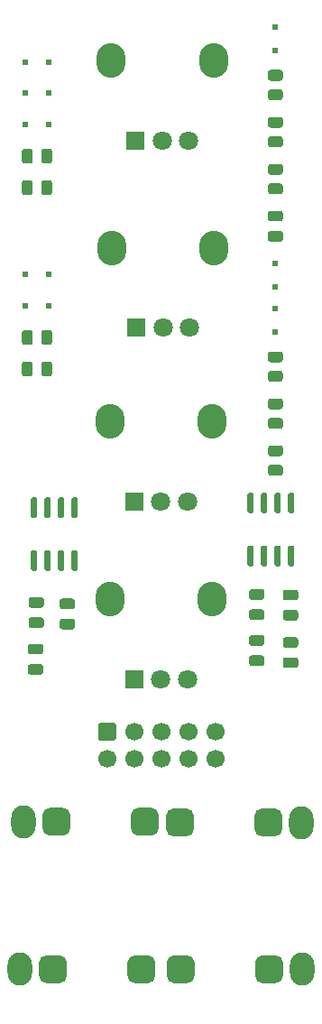
<source format=gbr>
G04 #@! TF.GenerationSoftware,KiCad,Pcbnew,(5.1.10-1-10_14)*
G04 #@! TF.CreationDate,2021-11-27T15:41:33+01:00*
G04 #@! TF.ProjectId,main,6d61696e-2e6b-4696-9361-645f70636258,rev?*
G04 #@! TF.SameCoordinates,Original*
G04 #@! TF.FileFunction,Soldermask,Bot*
G04 #@! TF.FilePolarity,Negative*
%FSLAX46Y46*%
G04 Gerber Fmt 4.6, Leading zero omitted, Abs format (unit mm)*
G04 Created by KiCad (PCBNEW (5.1.10-1-10_14)) date 2021-11-27 15:41:33*
%MOMM*%
%LPD*%
G01*
G04 APERTURE LIST*
%ADD10O,2.720000X3.240000*%
%ADD11C,1.800000*%
%ADD12R,1.800000X1.800000*%
%ADD13O,2.300000X3.100000*%
%ADD14C,1.700000*%
%ADD15R,0.500000X0.500000*%
G04 APERTURE END LIST*
G36*
G01*
X139286000Y-108392000D02*
X138336000Y-108392000D01*
G75*
G02*
X138086000Y-108142000I0J250000D01*
G01*
X138086000Y-107642000D01*
G75*
G02*
X138336000Y-107392000I250000J0D01*
G01*
X139286000Y-107392000D01*
G75*
G02*
X139536000Y-107642000I0J-250000D01*
G01*
X139536000Y-108142000D01*
G75*
G02*
X139286000Y-108392000I-250000J0D01*
G01*
G37*
G36*
G01*
X139286000Y-110292000D02*
X138336000Y-110292000D01*
G75*
G02*
X138086000Y-110042000I0J250000D01*
G01*
X138086000Y-109542000D01*
G75*
G02*
X138336000Y-109292000I250000J0D01*
G01*
X139286000Y-109292000D01*
G75*
G02*
X139536000Y-109542000I0J-250000D01*
G01*
X139536000Y-110042000D01*
G75*
G02*
X139286000Y-110292000I-250000J0D01*
G01*
G37*
G36*
G01*
X118521000Y-109204000D02*
X117571000Y-109204000D01*
G75*
G02*
X117321000Y-108954000I0J250000D01*
G01*
X117321000Y-108454000D01*
G75*
G02*
X117571000Y-108204000I250000J0D01*
G01*
X118521000Y-108204000D01*
G75*
G02*
X118771000Y-108454000I0J-250000D01*
G01*
X118771000Y-108954000D01*
G75*
G02*
X118521000Y-109204000I-250000J0D01*
G01*
G37*
G36*
G01*
X118521000Y-111104000D02*
X117571000Y-111104000D01*
G75*
G02*
X117321000Y-110854000I0J250000D01*
G01*
X117321000Y-110354000D01*
G75*
G02*
X117571000Y-110104000I250000J0D01*
G01*
X118521000Y-110104000D01*
G75*
G02*
X118771000Y-110354000I0J-250000D01*
G01*
X118771000Y-110854000D01*
G75*
G02*
X118521000Y-111104000I-250000J0D01*
G01*
G37*
G36*
G01*
X139286000Y-104074000D02*
X138336000Y-104074000D01*
G75*
G02*
X138086000Y-103824000I0J250000D01*
G01*
X138086000Y-103324000D01*
G75*
G02*
X138336000Y-103074000I250000J0D01*
G01*
X139286000Y-103074000D01*
G75*
G02*
X139536000Y-103324000I0J-250000D01*
G01*
X139536000Y-103824000D01*
G75*
G02*
X139286000Y-104074000I-250000J0D01*
G01*
G37*
G36*
G01*
X139286000Y-105974000D02*
X138336000Y-105974000D01*
G75*
G02*
X138086000Y-105724000I0J250000D01*
G01*
X138086000Y-105224000D01*
G75*
G02*
X138336000Y-104974000I250000J0D01*
G01*
X139286000Y-104974000D01*
G75*
G02*
X139536000Y-105224000I0J-250000D01*
G01*
X139536000Y-105724000D01*
G75*
G02*
X139286000Y-105974000I-250000J0D01*
G01*
G37*
G36*
G01*
X121506000Y-104960000D02*
X120556000Y-104960000D01*
G75*
G02*
X120306000Y-104710000I0J250000D01*
G01*
X120306000Y-104210000D01*
G75*
G02*
X120556000Y-103960000I250000J0D01*
G01*
X121506000Y-103960000D01*
G75*
G02*
X121756000Y-104210000I0J-250000D01*
G01*
X121756000Y-104710000D01*
G75*
G02*
X121506000Y-104960000I-250000J0D01*
G01*
G37*
G36*
G01*
X121506000Y-106860000D02*
X120556000Y-106860000D01*
G75*
G02*
X120306000Y-106610000I0J250000D01*
G01*
X120306000Y-106110000D01*
G75*
G02*
X120556000Y-105860000I250000J0D01*
G01*
X121506000Y-105860000D01*
G75*
G02*
X121756000Y-106110000I0J-250000D01*
G01*
X121756000Y-106610000D01*
G75*
G02*
X121506000Y-106860000I-250000J0D01*
G01*
G37*
G36*
G01*
X142461000Y-104130000D02*
X141511000Y-104130000D01*
G75*
G02*
X141261000Y-103880000I0J250000D01*
G01*
X141261000Y-103380000D01*
G75*
G02*
X141511000Y-103130000I250000J0D01*
G01*
X142461000Y-103130000D01*
G75*
G02*
X142711000Y-103380000I0J-250000D01*
G01*
X142711000Y-103880000D01*
G75*
G02*
X142461000Y-104130000I-250000J0D01*
G01*
G37*
G36*
G01*
X142461000Y-106030000D02*
X141511000Y-106030000D01*
G75*
G02*
X141261000Y-105780000I0J250000D01*
G01*
X141261000Y-105280000D01*
G75*
G02*
X141511000Y-105030000I250000J0D01*
G01*
X142461000Y-105030000D01*
G75*
G02*
X142711000Y-105280000I0J-250000D01*
G01*
X142711000Y-105780000D01*
G75*
G02*
X142461000Y-106030000I-250000J0D01*
G01*
G37*
G36*
G01*
X118585000Y-104833000D02*
X117635000Y-104833000D01*
G75*
G02*
X117385000Y-104583000I0J250000D01*
G01*
X117385000Y-104083000D01*
G75*
G02*
X117635000Y-103833000I250000J0D01*
G01*
X118585000Y-103833000D01*
G75*
G02*
X118835000Y-104083000I0J-250000D01*
G01*
X118835000Y-104583000D01*
G75*
G02*
X118585000Y-104833000I-250000J0D01*
G01*
G37*
G36*
G01*
X118585000Y-106733000D02*
X117635000Y-106733000D01*
G75*
G02*
X117385000Y-106483000I0J250000D01*
G01*
X117385000Y-105983000D01*
G75*
G02*
X117635000Y-105733000I250000J0D01*
G01*
X118585000Y-105733000D01*
G75*
G02*
X118835000Y-105983000I0J-250000D01*
G01*
X118835000Y-106483000D01*
G75*
G02*
X118585000Y-106733000I-250000J0D01*
G01*
G37*
G36*
G01*
X142461000Y-108580000D02*
X141511000Y-108580000D01*
G75*
G02*
X141261000Y-108330000I0J250000D01*
G01*
X141261000Y-107830000D01*
G75*
G02*
X141511000Y-107580000I250000J0D01*
G01*
X142461000Y-107580000D01*
G75*
G02*
X142711000Y-107830000I0J-250000D01*
G01*
X142711000Y-108330000D01*
G75*
G02*
X142461000Y-108580000I-250000J0D01*
G01*
G37*
G36*
G01*
X142461000Y-110480000D02*
X141511000Y-110480000D01*
G75*
G02*
X141261000Y-110230000I0J250000D01*
G01*
X141261000Y-109730000D01*
G75*
G02*
X141511000Y-109480000I250000J0D01*
G01*
X142461000Y-109480000D01*
G75*
G02*
X142711000Y-109730000I0J-250000D01*
G01*
X142711000Y-110230000D01*
G75*
G02*
X142461000Y-110480000I-250000J0D01*
G01*
G37*
G36*
G01*
X142199000Y-95972500D02*
X141899000Y-95972500D01*
G75*
G02*
X141749000Y-95822500I0J150000D01*
G01*
X141749000Y-94172500D01*
G75*
G02*
X141899000Y-94022500I150000J0D01*
G01*
X142199000Y-94022500D01*
G75*
G02*
X142349000Y-94172500I0J-150000D01*
G01*
X142349000Y-95822500D01*
G75*
G02*
X142199000Y-95972500I-150000J0D01*
G01*
G37*
G36*
G01*
X140929000Y-95972500D02*
X140629000Y-95972500D01*
G75*
G02*
X140479000Y-95822500I0J150000D01*
G01*
X140479000Y-94172500D01*
G75*
G02*
X140629000Y-94022500I150000J0D01*
G01*
X140929000Y-94022500D01*
G75*
G02*
X141079000Y-94172500I0J-150000D01*
G01*
X141079000Y-95822500D01*
G75*
G02*
X140929000Y-95972500I-150000J0D01*
G01*
G37*
G36*
G01*
X139659000Y-95972500D02*
X139359000Y-95972500D01*
G75*
G02*
X139209000Y-95822500I0J150000D01*
G01*
X139209000Y-94172500D01*
G75*
G02*
X139359000Y-94022500I150000J0D01*
G01*
X139659000Y-94022500D01*
G75*
G02*
X139809000Y-94172500I0J-150000D01*
G01*
X139809000Y-95822500D01*
G75*
G02*
X139659000Y-95972500I-150000J0D01*
G01*
G37*
G36*
G01*
X138389000Y-95972500D02*
X138089000Y-95972500D01*
G75*
G02*
X137939000Y-95822500I0J150000D01*
G01*
X137939000Y-94172500D01*
G75*
G02*
X138089000Y-94022500I150000J0D01*
G01*
X138389000Y-94022500D01*
G75*
G02*
X138539000Y-94172500I0J-150000D01*
G01*
X138539000Y-95822500D01*
G75*
G02*
X138389000Y-95972500I-150000J0D01*
G01*
G37*
G36*
G01*
X138389000Y-100922500D02*
X138089000Y-100922500D01*
G75*
G02*
X137939000Y-100772500I0J150000D01*
G01*
X137939000Y-99122500D01*
G75*
G02*
X138089000Y-98972500I150000J0D01*
G01*
X138389000Y-98972500D01*
G75*
G02*
X138539000Y-99122500I0J-150000D01*
G01*
X138539000Y-100772500D01*
G75*
G02*
X138389000Y-100922500I-150000J0D01*
G01*
G37*
G36*
G01*
X139659000Y-100922500D02*
X139359000Y-100922500D01*
G75*
G02*
X139209000Y-100772500I0J150000D01*
G01*
X139209000Y-99122500D01*
G75*
G02*
X139359000Y-98972500I150000J0D01*
G01*
X139659000Y-98972500D01*
G75*
G02*
X139809000Y-99122500I0J-150000D01*
G01*
X139809000Y-100772500D01*
G75*
G02*
X139659000Y-100922500I-150000J0D01*
G01*
G37*
G36*
G01*
X140929000Y-100922500D02*
X140629000Y-100922500D01*
G75*
G02*
X140479000Y-100772500I0J150000D01*
G01*
X140479000Y-99122500D01*
G75*
G02*
X140629000Y-98972500I150000J0D01*
G01*
X140929000Y-98972500D01*
G75*
G02*
X141079000Y-99122500I0J-150000D01*
G01*
X141079000Y-100772500D01*
G75*
G02*
X140929000Y-100922500I-150000J0D01*
G01*
G37*
G36*
G01*
X142199000Y-100922500D02*
X141899000Y-100922500D01*
G75*
G02*
X141749000Y-100772500I0J150000D01*
G01*
X141749000Y-99122500D01*
G75*
G02*
X141899000Y-98972500I150000J0D01*
G01*
X142199000Y-98972500D01*
G75*
G02*
X142349000Y-99122500I0J-150000D01*
G01*
X142349000Y-100772500D01*
G75*
G02*
X142199000Y-100922500I-150000J0D01*
G01*
G37*
G36*
G01*
X121879000Y-96417000D02*
X121579000Y-96417000D01*
G75*
G02*
X121429000Y-96267000I0J150000D01*
G01*
X121429000Y-94617000D01*
G75*
G02*
X121579000Y-94467000I150000J0D01*
G01*
X121879000Y-94467000D01*
G75*
G02*
X122029000Y-94617000I0J-150000D01*
G01*
X122029000Y-96267000D01*
G75*
G02*
X121879000Y-96417000I-150000J0D01*
G01*
G37*
G36*
G01*
X120609000Y-96417000D02*
X120309000Y-96417000D01*
G75*
G02*
X120159000Y-96267000I0J150000D01*
G01*
X120159000Y-94617000D01*
G75*
G02*
X120309000Y-94467000I150000J0D01*
G01*
X120609000Y-94467000D01*
G75*
G02*
X120759000Y-94617000I0J-150000D01*
G01*
X120759000Y-96267000D01*
G75*
G02*
X120609000Y-96417000I-150000J0D01*
G01*
G37*
G36*
G01*
X119339000Y-96417000D02*
X119039000Y-96417000D01*
G75*
G02*
X118889000Y-96267000I0J150000D01*
G01*
X118889000Y-94617000D01*
G75*
G02*
X119039000Y-94467000I150000J0D01*
G01*
X119339000Y-94467000D01*
G75*
G02*
X119489000Y-94617000I0J-150000D01*
G01*
X119489000Y-96267000D01*
G75*
G02*
X119339000Y-96417000I-150000J0D01*
G01*
G37*
G36*
G01*
X118069000Y-96417000D02*
X117769000Y-96417000D01*
G75*
G02*
X117619000Y-96267000I0J150000D01*
G01*
X117619000Y-94617000D01*
G75*
G02*
X117769000Y-94467000I150000J0D01*
G01*
X118069000Y-94467000D01*
G75*
G02*
X118219000Y-94617000I0J-150000D01*
G01*
X118219000Y-96267000D01*
G75*
G02*
X118069000Y-96417000I-150000J0D01*
G01*
G37*
G36*
G01*
X118069000Y-101367000D02*
X117769000Y-101367000D01*
G75*
G02*
X117619000Y-101217000I0J150000D01*
G01*
X117619000Y-99567000D01*
G75*
G02*
X117769000Y-99417000I150000J0D01*
G01*
X118069000Y-99417000D01*
G75*
G02*
X118219000Y-99567000I0J-150000D01*
G01*
X118219000Y-101217000D01*
G75*
G02*
X118069000Y-101367000I-150000J0D01*
G01*
G37*
G36*
G01*
X119339000Y-101367000D02*
X119039000Y-101367000D01*
G75*
G02*
X118889000Y-101217000I0J150000D01*
G01*
X118889000Y-99567000D01*
G75*
G02*
X119039000Y-99417000I150000J0D01*
G01*
X119339000Y-99417000D01*
G75*
G02*
X119489000Y-99567000I0J-150000D01*
G01*
X119489000Y-101217000D01*
G75*
G02*
X119339000Y-101367000I-150000J0D01*
G01*
G37*
G36*
G01*
X120609000Y-101367000D02*
X120309000Y-101367000D01*
G75*
G02*
X120159000Y-101217000I0J150000D01*
G01*
X120159000Y-99567000D01*
G75*
G02*
X120309000Y-99417000I150000J0D01*
G01*
X120609000Y-99417000D01*
G75*
G02*
X120759000Y-99567000I0J-150000D01*
G01*
X120759000Y-101217000D01*
G75*
G02*
X120609000Y-101367000I-150000J0D01*
G01*
G37*
G36*
G01*
X121879000Y-101367000D02*
X121579000Y-101367000D01*
G75*
G02*
X121429000Y-101217000I0J150000D01*
G01*
X121429000Y-99567000D01*
G75*
G02*
X121579000Y-99417000I150000J0D01*
G01*
X121879000Y-99417000D01*
G75*
G02*
X122029000Y-99567000I0J-150000D01*
G01*
X122029000Y-101217000D01*
G75*
G02*
X121879000Y-101367000I-150000J0D01*
G01*
G37*
D10*
X125018000Y-87369000D03*
X134618000Y-87369000D03*
D11*
X132318000Y-94869000D03*
X129818000Y-94869000D03*
D12*
X127318000Y-94869000D03*
D10*
X125018000Y-104006000D03*
X134618000Y-104006000D03*
D11*
X132318000Y-111506000D03*
X129818000Y-111506000D03*
D12*
X127318000Y-111506000D03*
D10*
X125144000Y-53460000D03*
X134744000Y-53460000D03*
D11*
X132444000Y-60960000D03*
X129944000Y-60960000D03*
D12*
X127444000Y-60960000D03*
D10*
X125208000Y-71049500D03*
X134808000Y-71049500D03*
D11*
X132508000Y-78549500D03*
X130008000Y-78549500D03*
D12*
X127508000Y-78549500D03*
G36*
G01*
X141014002Y-55374500D02*
X140113998Y-55374500D01*
G75*
G02*
X139864000Y-55124502I0J249998D01*
G01*
X139864000Y-54599498D01*
G75*
G02*
X140113998Y-54349500I249998J0D01*
G01*
X141014002Y-54349500D01*
G75*
G02*
X141264000Y-54599498I0J-249998D01*
G01*
X141264000Y-55124502D01*
G75*
G02*
X141014002Y-55374500I-249998J0D01*
G01*
G37*
G36*
G01*
X141014002Y-57199500D02*
X140113998Y-57199500D01*
G75*
G02*
X139864000Y-56949502I0J249998D01*
G01*
X139864000Y-56424498D01*
G75*
G02*
X140113998Y-56174500I249998J0D01*
G01*
X141014002Y-56174500D01*
G75*
G02*
X141264000Y-56424498I0J-249998D01*
G01*
X141264000Y-56949502D01*
G75*
G02*
X141014002Y-57199500I-249998J0D01*
G01*
G37*
G36*
G01*
X118593000Y-62896502D02*
X118593000Y-61996498D01*
G75*
G02*
X118842998Y-61746500I249998J0D01*
G01*
X119368002Y-61746500D01*
G75*
G02*
X119618000Y-61996498I0J-249998D01*
G01*
X119618000Y-62896502D01*
G75*
G02*
X119368002Y-63146500I-249998J0D01*
G01*
X118842998Y-63146500D01*
G75*
G02*
X118593000Y-62896502I0J249998D01*
G01*
G37*
G36*
G01*
X116768000Y-62896502D02*
X116768000Y-61996498D01*
G75*
G02*
X117017998Y-61746500I249998J0D01*
G01*
X117543002Y-61746500D01*
G75*
G02*
X117793000Y-61996498I0J-249998D01*
G01*
X117793000Y-62896502D01*
G75*
G02*
X117543002Y-63146500I-249998J0D01*
G01*
X117017998Y-63146500D01*
G75*
G02*
X116768000Y-62896502I0J249998D01*
G01*
G37*
G36*
G01*
X141014002Y-59784500D02*
X140113998Y-59784500D01*
G75*
G02*
X139864000Y-59534502I0J249998D01*
G01*
X139864000Y-59009498D01*
G75*
G02*
X140113998Y-58759500I249998J0D01*
G01*
X141014002Y-58759500D01*
G75*
G02*
X141264000Y-59009498I0J-249998D01*
G01*
X141264000Y-59534502D01*
G75*
G02*
X141014002Y-59784500I-249998J0D01*
G01*
G37*
G36*
G01*
X141014002Y-61609500D02*
X140113998Y-61609500D01*
G75*
G02*
X139864000Y-61359502I0J249998D01*
G01*
X139864000Y-60834498D01*
G75*
G02*
X140113998Y-60584500I249998J0D01*
G01*
X141014002Y-60584500D01*
G75*
G02*
X141264000Y-60834498I0J-249998D01*
G01*
X141264000Y-61359502D01*
G75*
G02*
X141014002Y-61609500I-249998J0D01*
G01*
G37*
G36*
G01*
X118593000Y-79916002D02*
X118593000Y-79015998D01*
G75*
G02*
X118842998Y-78766000I249998J0D01*
G01*
X119368002Y-78766000D01*
G75*
G02*
X119618000Y-79015998I0J-249998D01*
G01*
X119618000Y-79916002D01*
G75*
G02*
X119368002Y-80166000I-249998J0D01*
G01*
X118842998Y-80166000D01*
G75*
G02*
X118593000Y-79916002I0J249998D01*
G01*
G37*
G36*
G01*
X116768000Y-79916002D02*
X116768000Y-79015998D01*
G75*
G02*
X117017998Y-78766000I249998J0D01*
G01*
X117543002Y-78766000D01*
G75*
G02*
X117793000Y-79015998I0J-249998D01*
G01*
X117793000Y-79916002D01*
G75*
G02*
X117543002Y-80166000I-249998J0D01*
G01*
X117017998Y-80166000D01*
G75*
G02*
X116768000Y-79916002I0J249998D01*
G01*
G37*
G36*
G01*
X141014002Y-86205500D02*
X140113998Y-86205500D01*
G75*
G02*
X139864000Y-85955502I0J249998D01*
G01*
X139864000Y-85430498D01*
G75*
G02*
X140113998Y-85180500I249998J0D01*
G01*
X141014002Y-85180500D01*
G75*
G02*
X141264000Y-85430498I0J-249998D01*
G01*
X141264000Y-85955502D01*
G75*
G02*
X141014002Y-86205500I-249998J0D01*
G01*
G37*
G36*
G01*
X141014002Y-88030500D02*
X140113998Y-88030500D01*
G75*
G02*
X139864000Y-87780502I0J249998D01*
G01*
X139864000Y-87255498D01*
G75*
G02*
X140113998Y-87005500I249998J0D01*
G01*
X141014002Y-87005500D01*
G75*
G02*
X141264000Y-87255498I0J-249998D01*
G01*
X141264000Y-87780502D01*
G75*
G02*
X141014002Y-88030500I-249998J0D01*
G01*
G37*
G36*
G01*
X118593000Y-65846502D02*
X118593000Y-64946498D01*
G75*
G02*
X118842998Y-64696500I249998J0D01*
G01*
X119368002Y-64696500D01*
G75*
G02*
X119618000Y-64946498I0J-249998D01*
G01*
X119618000Y-65846502D01*
G75*
G02*
X119368002Y-66096500I-249998J0D01*
G01*
X118842998Y-66096500D01*
G75*
G02*
X118593000Y-65846502I0J249998D01*
G01*
G37*
G36*
G01*
X116768000Y-65846502D02*
X116768000Y-64946498D01*
G75*
G02*
X117017998Y-64696500I249998J0D01*
G01*
X117543002Y-64696500D01*
G75*
G02*
X117793000Y-64946498I0J-249998D01*
G01*
X117793000Y-65846502D01*
G75*
G02*
X117543002Y-66096500I-249998J0D01*
G01*
X117017998Y-66096500D01*
G75*
G02*
X116768000Y-65846502I0J249998D01*
G01*
G37*
G36*
G01*
X141014002Y-90615500D02*
X140113998Y-90615500D01*
G75*
G02*
X139864000Y-90365502I0J249998D01*
G01*
X139864000Y-89840498D01*
G75*
G02*
X140113998Y-89590500I249998J0D01*
G01*
X141014002Y-89590500D01*
G75*
G02*
X141264000Y-89840498I0J-249998D01*
G01*
X141264000Y-90365502D01*
G75*
G02*
X141014002Y-90615500I-249998J0D01*
G01*
G37*
G36*
G01*
X141014002Y-92440500D02*
X140113998Y-92440500D01*
G75*
G02*
X139864000Y-92190502I0J249998D01*
G01*
X139864000Y-91665498D01*
G75*
G02*
X140113998Y-91415500I249998J0D01*
G01*
X141014002Y-91415500D01*
G75*
G02*
X141264000Y-91665498I0J-249998D01*
G01*
X141264000Y-92190502D01*
G75*
G02*
X141014002Y-92440500I-249998J0D01*
G01*
G37*
G36*
G01*
X118593000Y-82866002D02*
X118593000Y-81965998D01*
G75*
G02*
X118842998Y-81716000I249998J0D01*
G01*
X119368002Y-81716000D01*
G75*
G02*
X119618000Y-81965998I0J-249998D01*
G01*
X119618000Y-82866002D01*
G75*
G02*
X119368002Y-83116000I-249998J0D01*
G01*
X118842998Y-83116000D01*
G75*
G02*
X118593000Y-82866002I0J249998D01*
G01*
G37*
G36*
G01*
X116768000Y-82866002D02*
X116768000Y-81965998D01*
G75*
G02*
X117017998Y-81716000I249998J0D01*
G01*
X117543002Y-81716000D01*
G75*
G02*
X117793000Y-81965998I0J-249998D01*
G01*
X117793000Y-82866002D01*
G75*
G02*
X117543002Y-83116000I-249998J0D01*
G01*
X117017998Y-83116000D01*
G75*
G02*
X116768000Y-82866002I0J249998D01*
G01*
G37*
G36*
G01*
X141014002Y-64194500D02*
X140113998Y-64194500D01*
G75*
G02*
X139864000Y-63944502I0J249998D01*
G01*
X139864000Y-63419498D01*
G75*
G02*
X140113998Y-63169500I249998J0D01*
G01*
X141014002Y-63169500D01*
G75*
G02*
X141264000Y-63419498I0J-249998D01*
G01*
X141264000Y-63944502D01*
G75*
G02*
X141014002Y-64194500I-249998J0D01*
G01*
G37*
G36*
G01*
X141014002Y-66019500D02*
X140113998Y-66019500D01*
G75*
G02*
X139864000Y-65769502I0J249998D01*
G01*
X139864000Y-65244498D01*
G75*
G02*
X140113998Y-64994500I249998J0D01*
G01*
X141014002Y-64994500D01*
G75*
G02*
X141264000Y-65244498I0J-249998D01*
G01*
X141264000Y-65769502D01*
G75*
G02*
X141014002Y-66019500I-249998J0D01*
G01*
G37*
G36*
G01*
X141014002Y-81795500D02*
X140113998Y-81795500D01*
G75*
G02*
X139864000Y-81545502I0J249998D01*
G01*
X139864000Y-81020498D01*
G75*
G02*
X140113998Y-80770500I249998J0D01*
G01*
X141014002Y-80770500D01*
G75*
G02*
X141264000Y-81020498I0J-249998D01*
G01*
X141264000Y-81545502D01*
G75*
G02*
X141014002Y-81795500I-249998J0D01*
G01*
G37*
G36*
G01*
X141014002Y-83620500D02*
X140113998Y-83620500D01*
G75*
G02*
X139864000Y-83370502I0J249998D01*
G01*
X139864000Y-82845498D01*
G75*
G02*
X140113998Y-82595500I249998J0D01*
G01*
X141014002Y-82595500D01*
G75*
G02*
X141264000Y-82845498I0J-249998D01*
G01*
X141264000Y-83370502D01*
G75*
G02*
X141014002Y-83620500I-249998J0D01*
G01*
G37*
G36*
G01*
X132318000Y-140048000D02*
X131018000Y-140048000D01*
G75*
G02*
X130368000Y-139398000I0J650000D01*
G01*
X130368000Y-138098000D01*
G75*
G02*
X131018000Y-137448000I650000J0D01*
G01*
X132318000Y-137448000D01*
G75*
G02*
X132968000Y-138098000I0J-650000D01*
G01*
X132968000Y-139398000D01*
G75*
G02*
X132318000Y-140048000I-650000J0D01*
G01*
G37*
D13*
X143068000Y-138748000D03*
G36*
G01*
X140618000Y-140048000D02*
X139318000Y-140048000D01*
G75*
G02*
X138668000Y-139398000I0J650000D01*
G01*
X138668000Y-138098000D01*
G75*
G02*
X139318000Y-137448000I650000J0D01*
G01*
X140618000Y-137448000D01*
G75*
G02*
X141268000Y-138098000I0J-650000D01*
G01*
X141268000Y-139398000D01*
G75*
G02*
X140618000Y-140048000I-650000J0D01*
G01*
G37*
G36*
G01*
X127333000Y-137448000D02*
X128633000Y-137448000D01*
G75*
G02*
X129283000Y-138098000I0J-650000D01*
G01*
X129283000Y-139398000D01*
G75*
G02*
X128633000Y-140048000I-650000J0D01*
G01*
X127333000Y-140048000D01*
G75*
G02*
X126683000Y-139398000I0J650000D01*
G01*
X126683000Y-138098000D01*
G75*
G02*
X127333000Y-137448000I650000J0D01*
G01*
G37*
X116583000Y-138748000D03*
G36*
G01*
X119033000Y-137448000D02*
X120333000Y-137448000D01*
G75*
G02*
X120983000Y-138098000I0J-650000D01*
G01*
X120983000Y-139398000D01*
G75*
G02*
X120333000Y-140048000I-650000J0D01*
G01*
X119033000Y-140048000D01*
G75*
G02*
X118383000Y-139398000I0J650000D01*
G01*
X118383000Y-138098000D01*
G75*
G02*
X119033000Y-137448000I650000J0D01*
G01*
G37*
D14*
X134938000Y-118999000D03*
X132398000Y-118999000D03*
X129858000Y-118999000D03*
X127318000Y-118999000D03*
X124778000Y-118999000D03*
X134938000Y-116459000D03*
X132398000Y-116459000D03*
X129858000Y-116459000D03*
X127318000Y-116459000D03*
G36*
G01*
X124178000Y-115609000D02*
X125378000Y-115609000D01*
G75*
G02*
X125628000Y-115859000I0J-250000D01*
G01*
X125628000Y-117059000D01*
G75*
G02*
X125378000Y-117309000I-250000J0D01*
G01*
X124178000Y-117309000D01*
G75*
G02*
X123928000Y-117059000I0J250000D01*
G01*
X123928000Y-115859000D01*
G75*
G02*
X124178000Y-115609000I250000J0D01*
G01*
G37*
G36*
G01*
X132255000Y-126268000D02*
X130955000Y-126268000D01*
G75*
G02*
X130305000Y-125618000I0J650000D01*
G01*
X130305000Y-124318000D01*
G75*
G02*
X130955000Y-123668000I650000J0D01*
G01*
X132255000Y-123668000D01*
G75*
G02*
X132905000Y-124318000I0J-650000D01*
G01*
X132905000Y-125618000D01*
G75*
G02*
X132255000Y-126268000I-650000J0D01*
G01*
G37*
D13*
X143005000Y-124968000D03*
G36*
G01*
X140555000Y-126268000D02*
X139255000Y-126268000D01*
G75*
G02*
X138605000Y-125618000I0J650000D01*
G01*
X138605000Y-124318000D01*
G75*
G02*
X139255000Y-123668000I650000J0D01*
G01*
X140555000Y-123668000D01*
G75*
G02*
X141205000Y-124318000I0J-650000D01*
G01*
X141205000Y-125618000D01*
G75*
G02*
X140555000Y-126268000I-650000J0D01*
G01*
G37*
G36*
G01*
X127650000Y-123604000D02*
X128950000Y-123604000D01*
G75*
G02*
X129600000Y-124254000I0J-650000D01*
G01*
X129600000Y-125554000D01*
G75*
G02*
X128950000Y-126204000I-650000J0D01*
G01*
X127650000Y-126204000D01*
G75*
G02*
X127000000Y-125554000I0J650000D01*
G01*
X127000000Y-124254000D01*
G75*
G02*
X127650000Y-123604000I650000J0D01*
G01*
G37*
X116900000Y-124904000D03*
G36*
G01*
X119350000Y-123604000D02*
X120650000Y-123604000D01*
G75*
G02*
X121300000Y-124254000I0J-650000D01*
G01*
X121300000Y-125554000D01*
G75*
G02*
X120650000Y-126204000I-650000J0D01*
G01*
X119350000Y-126204000D01*
G75*
G02*
X118700000Y-125554000I0J650000D01*
G01*
X118700000Y-124254000D01*
G75*
G02*
X119350000Y-123604000I650000J0D01*
G01*
G37*
D15*
X119293000Y-59496500D03*
X117093000Y-59496500D03*
X119293000Y-76516000D03*
X117093000Y-76516000D03*
X119293000Y-73566000D03*
X117093000Y-73566000D03*
X140564000Y-76765500D03*
X140564000Y-78965500D03*
X119293000Y-53657500D03*
X117093000Y-53657500D03*
X140564000Y-50344500D03*
X140564000Y-52544500D03*
X140564000Y-72515500D03*
X140564000Y-74715500D03*
X119293000Y-56546500D03*
X117093000Y-56546500D03*
G36*
G01*
X141039000Y-68574500D02*
X140089000Y-68574500D01*
G75*
G02*
X139839000Y-68324500I0J250000D01*
G01*
X139839000Y-67824500D01*
G75*
G02*
X140089000Y-67574500I250000J0D01*
G01*
X141039000Y-67574500D01*
G75*
G02*
X141289000Y-67824500I0J-250000D01*
G01*
X141289000Y-68324500D01*
G75*
G02*
X141039000Y-68574500I-250000J0D01*
G01*
G37*
G36*
G01*
X141039000Y-70474500D02*
X140089000Y-70474500D01*
G75*
G02*
X139839000Y-70224500I0J250000D01*
G01*
X139839000Y-69724500D01*
G75*
G02*
X140089000Y-69474500I250000J0D01*
G01*
X141039000Y-69474500D01*
G75*
G02*
X141289000Y-69724500I0J-250000D01*
G01*
X141289000Y-70224500D01*
G75*
G02*
X141039000Y-70474500I-250000J0D01*
G01*
G37*
M02*

</source>
